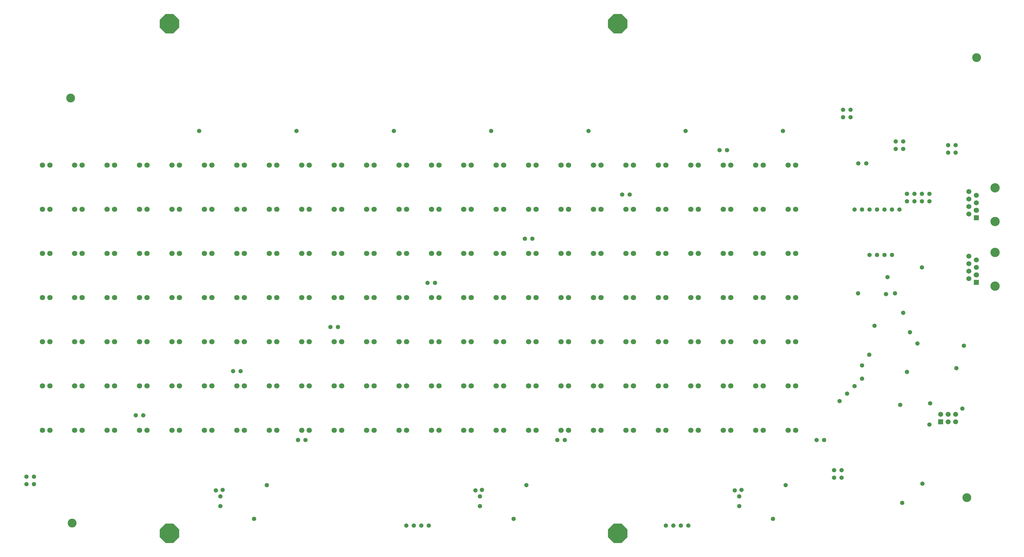
<source format=gbs>
%FSLAX24Y24*%
%MOIN*%
G70*
G01*
G75*
G04 Layer_Color=16711935*
%ADD10R,0.1299X0.0787*%
%ADD11O,0.0217X0.0689*%
%ADD12O,0.0689X0.0217*%
%ADD13R,0.0354X0.0354*%
%ADD14C,0.0394*%
%ADD15R,0.2264X0.2559*%
%ADD16R,0.0492X0.1201*%
%ADD17O,0.0236X0.0866*%
%ADD18R,0.0335X0.0335*%
%ADD19R,0.0394X0.0394*%
%ADD20R,0.0630X0.1181*%
%ADD21R,0.0787X0.2362*%
%ADD22R,0.0630X0.0236*%
%ADD23R,0.0472X0.1378*%
%ADD24R,0.0866X0.0925*%
%ADD25R,0.0610X0.0925*%
%ADD26R,0.0335X0.0669*%
%ADD27R,0.2185X0.2559*%
%ADD28R,0.0236X0.0866*%
%ADD29C,0.0150*%
%ADD30C,0.0500*%
%ADD31C,0.0200*%
%ADD32C,0.0300*%
%ADD33C,0.0250*%
%ADD34C,0.0100*%
%ADD35C,0.0630*%
%ADD36C,0.0591*%
%ADD37C,0.0591*%
%ADD38R,0.0591X0.0591*%
%ADD39P,0.2706X8X22.5*%
%ADD40C,0.1161*%
%ADD41R,0.0591X0.0591*%
%ADD42C,0.0500*%
%ADD43C,0.0394*%
%ADD44C,0.0098*%
%ADD45C,0.0236*%
%ADD46C,0.0079*%
%ADD47R,0.1379X0.0867*%
%ADD48O,0.0297X0.0769*%
%ADD49O,0.0769X0.0297*%
%ADD50R,0.0434X0.0434*%
%ADD51C,0.1181*%
%ADD52R,0.2344X0.2639*%
%ADD53R,0.0572X0.1281*%
%ADD54O,0.0316X0.0946*%
%ADD55C,0.0984*%
%ADD56R,0.0415X0.0415*%
%ADD57R,0.0474X0.0474*%
%ADD58R,0.0710X0.1261*%
%ADD59R,0.0867X0.2442*%
%ADD60R,0.0710X0.0316*%
%ADD61R,0.0552X0.1458*%
%ADD62R,0.0946X0.1005*%
%ADD63R,0.0690X0.1005*%
%ADD64R,0.0415X0.0749*%
%ADD65R,0.2265X0.2639*%
%ADD66R,0.0316X0.0946*%
%ADD67C,0.0710*%
%ADD68C,0.0671*%
%ADD69C,0.0671*%
%ADD70R,0.0671X0.0671*%
%ADD71P,0.2793X8X22.5*%
%ADD72C,0.1241*%
%ADD73R,0.0671X0.0671*%
%ADD74C,0.0580*%
%ADD75C,0.1181*%
D67*
X61606Y22622D02*
D03*
X60606D02*
D03*
X74598Y28528D02*
D03*
X73598D02*
D03*
X87590Y34433D02*
D03*
X86590D02*
D03*
X100582Y40339D02*
D03*
X99582D02*
D03*
X112574Y46244D02*
D03*
X113574D02*
D03*
X126566Y52150D02*
D03*
X125566D02*
D03*
X143889Y58055D02*
D03*
X142889D02*
D03*
X142889Y52150D02*
D03*
X143889D02*
D03*
X143889Y46244D02*
D03*
X142889D02*
D03*
Y40339D02*
D03*
X143889D02*
D03*
Y34433D02*
D03*
X142889D02*
D03*
Y28528D02*
D03*
X143889D02*
D03*
Y22622D02*
D03*
X142889D02*
D03*
X138559Y58055D02*
D03*
X139559D02*
D03*
X148220Y28528D02*
D03*
X147220D02*
D03*
Y34433D02*
D03*
X148220D02*
D03*
Y40339D02*
D03*
X147220D02*
D03*
X147220Y46244D02*
D03*
X148220D02*
D03*
X148220Y52150D02*
D03*
X147220D02*
D03*
Y58055D02*
D03*
X148220D02*
D03*
X122236Y52150D02*
D03*
X121236D02*
D03*
X112574Y28528D02*
D03*
X113574D02*
D03*
X139559Y22622D02*
D03*
X138559D02*
D03*
Y34433D02*
D03*
X139559D02*
D03*
Y40339D02*
D03*
X138559D02*
D03*
Y46244D02*
D03*
X139559D02*
D03*
Y52150D02*
D03*
X138559D02*
D03*
X134228Y22622D02*
D03*
X135228D02*
D03*
Y28528D02*
D03*
X134228D02*
D03*
Y34433D02*
D03*
X135228D02*
D03*
Y40339D02*
D03*
X134228D02*
D03*
Y46244D02*
D03*
X135228D02*
D03*
X135228Y52150D02*
D03*
X134228D02*
D03*
X134228Y58055D02*
D03*
X135228D02*
D03*
X130897Y22622D02*
D03*
X129897D02*
D03*
Y28528D02*
D03*
X130897D02*
D03*
Y34433D02*
D03*
X129897D02*
D03*
Y46244D02*
D03*
X130897D02*
D03*
Y52150D02*
D03*
X129897D02*
D03*
Y58055D02*
D03*
X130897D02*
D03*
X126566Y22622D02*
D03*
X125566D02*
D03*
Y28528D02*
D03*
X126566D02*
D03*
Y34433D02*
D03*
X125566D02*
D03*
Y40339D02*
D03*
X126566D02*
D03*
Y46244D02*
D03*
X125566D02*
D03*
X122236Y22622D02*
D03*
X121236D02*
D03*
Y28528D02*
D03*
X122236D02*
D03*
Y34433D02*
D03*
X121236D02*
D03*
Y40339D02*
D03*
X122236D02*
D03*
Y46244D02*
D03*
X121236D02*
D03*
Y58055D02*
D03*
X122236D02*
D03*
X117905Y22622D02*
D03*
X116905D02*
D03*
Y28528D02*
D03*
X117905D02*
D03*
Y34433D02*
D03*
X116905D02*
D03*
Y40339D02*
D03*
X117905D02*
D03*
Y46244D02*
D03*
X116905D02*
D03*
Y52150D02*
D03*
X117905D02*
D03*
Y58055D02*
D03*
X116905D02*
D03*
X112574Y22622D02*
D03*
X113574D02*
D03*
Y34433D02*
D03*
X112574D02*
D03*
Y40339D02*
D03*
X113574D02*
D03*
X112574Y52150D02*
D03*
X113574D02*
D03*
Y58055D02*
D03*
X112574D02*
D03*
X108244Y22622D02*
D03*
X109244D02*
D03*
Y28528D02*
D03*
X108244D02*
D03*
Y34433D02*
D03*
X109244D02*
D03*
Y40339D02*
D03*
X108244D02*
D03*
Y46244D02*
D03*
X109244D02*
D03*
Y58055D02*
D03*
X108244D02*
D03*
X103913Y22622D02*
D03*
X104913D02*
D03*
Y28528D02*
D03*
X103913D02*
D03*
Y34433D02*
D03*
X104913D02*
D03*
Y40339D02*
D03*
X103913D02*
D03*
Y46244D02*
D03*
X104913D02*
D03*
Y52150D02*
D03*
X103913D02*
D03*
Y58055D02*
D03*
X104913D02*
D03*
X100582Y22622D02*
D03*
X99582D02*
D03*
Y28528D02*
D03*
X100582D02*
D03*
Y34433D02*
D03*
X99582D02*
D03*
X100582Y46244D02*
D03*
X99582D02*
D03*
Y52150D02*
D03*
X100582D02*
D03*
Y58055D02*
D03*
X99582D02*
D03*
X95251Y22622D02*
D03*
X96251D02*
D03*
Y28528D02*
D03*
X95251D02*
D03*
Y34433D02*
D03*
X96251D02*
D03*
Y40339D02*
D03*
X95251D02*
D03*
Y46244D02*
D03*
X96251D02*
D03*
Y52150D02*
D03*
X95251D02*
D03*
Y58055D02*
D03*
X96251D02*
D03*
X91921Y22622D02*
D03*
X90921D02*
D03*
Y28528D02*
D03*
X91921D02*
D03*
Y34433D02*
D03*
X90921D02*
D03*
Y40339D02*
D03*
X91921D02*
D03*
Y46244D02*
D03*
X90921D02*
D03*
Y52150D02*
D03*
X91921D02*
D03*
Y58055D02*
D03*
X90921D02*
D03*
X86590Y22622D02*
D03*
X87590D02*
D03*
Y28528D02*
D03*
X86590D02*
D03*
X87590Y40339D02*
D03*
X86590D02*
D03*
Y46244D02*
D03*
X87590D02*
D03*
Y52150D02*
D03*
X86590D02*
D03*
Y58055D02*
D03*
X87590D02*
D03*
X83259Y22622D02*
D03*
X82259D02*
D03*
Y28528D02*
D03*
X83259D02*
D03*
Y34433D02*
D03*
X82259D02*
D03*
Y40339D02*
D03*
X83259D02*
D03*
Y46244D02*
D03*
X82259D02*
D03*
Y52150D02*
D03*
X83259D02*
D03*
Y58055D02*
D03*
X82259D02*
D03*
X77929Y22622D02*
D03*
X78929D02*
D03*
Y28528D02*
D03*
X77929D02*
D03*
Y34433D02*
D03*
X78929D02*
D03*
Y40339D02*
D03*
X77929D02*
D03*
Y46244D02*
D03*
X78929D02*
D03*
Y52150D02*
D03*
X77929D02*
D03*
Y58055D02*
D03*
X78929D02*
D03*
X74598Y22622D02*
D03*
X73598D02*
D03*
X74598Y34433D02*
D03*
X73598D02*
D03*
Y40339D02*
D03*
X74598D02*
D03*
Y46244D02*
D03*
X73598D02*
D03*
Y52150D02*
D03*
X74598D02*
D03*
Y58055D02*
D03*
X73598D02*
D03*
X69267Y22622D02*
D03*
X70267D02*
D03*
Y28528D02*
D03*
X69267D02*
D03*
Y34433D02*
D03*
X70267D02*
D03*
Y40339D02*
D03*
X69267D02*
D03*
Y46244D02*
D03*
X70267D02*
D03*
Y52150D02*
D03*
X69267D02*
D03*
Y58055D02*
D03*
X70267D02*
D03*
X65937Y22622D02*
D03*
X64937D02*
D03*
Y28528D02*
D03*
X65937D02*
D03*
Y34433D02*
D03*
X64937D02*
D03*
Y40339D02*
D03*
X65937D02*
D03*
Y46244D02*
D03*
X64937D02*
D03*
Y52150D02*
D03*
X65937D02*
D03*
Y58055D02*
D03*
X64937D02*
D03*
X61606Y28528D02*
D03*
X60606D02*
D03*
Y34433D02*
D03*
X61606D02*
D03*
Y40339D02*
D03*
X60606D02*
D03*
Y46244D02*
D03*
X61606D02*
D03*
Y52150D02*
D03*
X60606D02*
D03*
Y58055D02*
D03*
X61606D02*
D03*
X57275Y22622D02*
D03*
X56275D02*
D03*
Y28528D02*
D03*
X57275D02*
D03*
Y34433D02*
D03*
X56275D02*
D03*
Y40339D02*
D03*
X57275D02*
D03*
Y46244D02*
D03*
X56275D02*
D03*
Y52150D02*
D03*
X57275D02*
D03*
Y58055D02*
D03*
X56275D02*
D03*
X51944Y22622D02*
D03*
X52944D02*
D03*
Y28528D02*
D03*
X51944D02*
D03*
Y34433D02*
D03*
X52944D02*
D03*
Y40339D02*
D03*
X51944D02*
D03*
Y46244D02*
D03*
X52944D02*
D03*
Y52150D02*
D03*
X51944D02*
D03*
Y58055D02*
D03*
X52944D02*
D03*
X48614Y22622D02*
D03*
X47614D02*
D03*
Y28528D02*
D03*
X48614D02*
D03*
Y34433D02*
D03*
X47614D02*
D03*
Y40339D02*
D03*
X48614D02*
D03*
Y46244D02*
D03*
X47614D02*
D03*
Y52150D02*
D03*
X48614D02*
D03*
Y58055D02*
D03*
X47614D02*
D03*
X108244Y52150D02*
D03*
X109244D02*
D03*
X139559Y28528D02*
D03*
X138559D02*
D03*
X147220Y22622D02*
D03*
X148220D02*
D03*
X130897Y40339D02*
D03*
X129897D02*
D03*
X125566Y58055D02*
D03*
X126566D02*
D03*
X172357Y43370D02*
D03*
X172357Y52004D02*
D03*
D68*
X169607Y24755D02*
D03*
X168607Y23755D02*
D03*
X171357Y44870D02*
D03*
Y43870D02*
D03*
X172357Y44370D02*
D03*
X171357Y53504D02*
D03*
Y52504D02*
D03*
Y51504D02*
D03*
X172357Y54004D02*
D03*
X171357Y54504D02*
D03*
X171357Y42870D02*
D03*
X172357Y45370D02*
D03*
X171357Y45870D02*
D03*
D69*
X169607Y23755D02*
D03*
X168607Y24755D02*
D03*
X167607D02*
D03*
X172357Y53004D02*
D03*
D70*
X167607Y23755D02*
D03*
D71*
X64607Y8843D02*
D03*
X124449D02*
D03*
Y76953D02*
D03*
X64607D02*
D03*
D72*
X174857Y41870D02*
D03*
Y46370D02*
D03*
X174857Y50504D02*
D03*
Y55004D02*
D03*
D73*
X172357Y51004D02*
D03*
X172357Y42370D02*
D03*
D74*
X99234Y9860D02*
D03*
X96241Y9880D02*
D03*
X98234Y9860D02*
D03*
X97234D02*
D03*
X131880Y9860D02*
D03*
X132880D02*
D03*
X130887Y9880D02*
D03*
X133880Y9860D02*
D03*
X166080Y23370D02*
D03*
X45510Y15400D02*
D03*
X46510D02*
D03*
Y16400D02*
D03*
X45510D02*
D03*
X153360Y16290D02*
D03*
X154360D02*
D03*
Y17290D02*
D03*
X153360D02*
D03*
X71689Y14640D02*
D03*
X106334D02*
D03*
X140980Y14640D02*
D03*
X163100Y30420D02*
D03*
X60098Y24594D02*
D03*
X61098D02*
D03*
X73090Y30500D02*
D03*
X74090D02*
D03*
X86083Y36405D02*
D03*
X87083D02*
D03*
X99075Y42311D02*
D03*
X100075D02*
D03*
X112067Y48216D02*
D03*
X113067D02*
D03*
X125059Y54122D02*
D03*
X126059D02*
D03*
X81570Y62600D02*
D03*
X94563D02*
D03*
X120547D02*
D03*
X133539D02*
D03*
X107555D02*
D03*
X68578D02*
D03*
X110550Y10760D02*
D03*
X106059Y12486D02*
D03*
X112259Y15286D02*
D03*
X106059Y13786D02*
D03*
X71413D02*
D03*
Y12486D02*
D03*
X75905Y10760D02*
D03*
X77613Y15286D02*
D03*
X82749Y21300D02*
D03*
X81749D02*
D03*
X70813Y14586D02*
D03*
X117394Y21300D02*
D03*
X116394D02*
D03*
X105459Y14586D02*
D03*
X146531Y62600D02*
D03*
X139051Y60027D02*
D03*
X138051D02*
D03*
X140705Y13786D02*
D03*
X146905Y15286D02*
D03*
X145196Y10760D02*
D03*
X140705Y12486D02*
D03*
X140105Y14586D02*
D03*
X170481Y25496D02*
D03*
X165150Y15490D02*
D03*
X162207Y26020D02*
D03*
X160307Y40820D02*
D03*
X162607Y38320D02*
D03*
X158050Y32700D02*
D03*
X164507Y34220D02*
D03*
X166100Y54200D02*
D03*
X163107Y54220D02*
D03*
Y53220D02*
D03*
X166100Y53200D02*
D03*
X165100Y54200D02*
D03*
X164100D02*
D03*
Y53200D02*
D03*
X165100D02*
D03*
X166207Y26220D02*
D03*
X170707Y33920D02*
D03*
X169707Y30920D02*
D03*
X157080Y31280D02*
D03*
X163507Y35720D02*
D03*
X158750Y36570D02*
D03*
X168607Y60720D02*
D03*
X169607D02*
D03*
Y59720D02*
D03*
X168607D02*
D03*
X156607Y58270D02*
D03*
X165107Y44370D02*
D03*
X156557Y40920D02*
D03*
X161507D02*
D03*
X157657Y58270D02*
D03*
X160507Y43070D02*
D03*
X161607Y60220D02*
D03*
Y61220D02*
D03*
X162607Y60220D02*
D03*
Y61220D02*
D03*
X156100Y28500D02*
D03*
X155100Y27500D02*
D03*
X154100Y26500D02*
D03*
X157100Y29500D02*
D03*
X162100Y52100D02*
D03*
X161100D02*
D03*
X160100D02*
D03*
X159100D02*
D03*
X158100D02*
D03*
X157100D02*
D03*
X156100D02*
D03*
X161100Y46053D02*
D03*
X160100D02*
D03*
X159100D02*
D03*
X158100D02*
D03*
X151040Y21300D02*
D03*
X152040D02*
D03*
X154550Y64450D02*
D03*
X155550D02*
D03*
Y65450D02*
D03*
X154550D02*
D03*
X162450Y12900D02*
D03*
D75*
X172400Y72400D02*
D03*
X51400Y67000D02*
D03*
X171100Y13600D02*
D03*
X51600Y10200D02*
D03*
M02*

</source>
